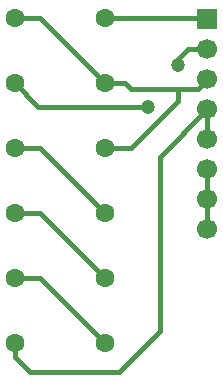
<source format=gbr>
%TF.GenerationSoftware,KiCad,Pcbnew,9.0.6*%
%TF.CreationDate,2025-11-25T21:03:31+00:00*%
%TF.ProjectId,sensor,73656e73-6f72-42e6-9b69-6361645f7063,rev?*%
%TF.SameCoordinates,Original*%
%TF.FileFunction,Copper,L1,Top*%
%TF.FilePolarity,Positive*%
%FSLAX46Y46*%
G04 Gerber Fmt 4.6, Leading zero omitted, Abs format (unit mm)*
G04 Created by KiCad (PCBNEW 9.0.6) date 2025-11-25 21:03:31*
%MOMM*%
%LPD*%
G01*
G04 APERTURE LIST*
%TA.AperFunction,ComponentPad*%
%ADD10R,1.700000X1.700000*%
%TD*%
%TA.AperFunction,ComponentPad*%
%ADD11C,1.700000*%
%TD*%
%TA.AperFunction,ComponentPad*%
%ADD12C,1.600000*%
%TD*%
%TA.AperFunction,ViaPad*%
%ADD13C,1.200000*%
%TD*%
%TA.AperFunction,Conductor*%
%ADD14C,0.400000*%
%TD*%
%TA.AperFunction,Conductor*%
%ADD15C,0.200000*%
%TD*%
G04 APERTURE END LIST*
D10*
%TO.P,J1,1,Pin_1*%
%TO.N,Net-(J1-Pin_1)*%
X68500000Y-39610000D03*
D11*
%TO.P,J1,2,Pin_2*%
%TO.N,Net-(J1-Pin_2)*%
X68500000Y-42150000D03*
%TO.P,J1,3,Pin_3*%
%TO.N,Net-(J1-Pin_3)*%
X68500000Y-44690000D03*
%TO.P,J1,4,Pin_4*%
%TO.N,Net-(J1-Pin_4)*%
X68500000Y-47230000D03*
%TO.P,J1,5,Pin_5*%
X68500000Y-49770000D03*
%TO.P,J1,6,Pin_6*%
%TO.N,Net-(J1-Pin_2)*%
X68500000Y-52310000D03*
%TO.P,J1,7,Pin_7*%
X68500000Y-54850000D03*
%TO.P,J1,8,Pin_8*%
X68500000Y-57390000D03*
%TD*%
D12*
%TO.P,R6,1*%
%TO.N,Net-(J1-Pin_4)*%
X52190000Y-67000000D03*
%TO.P,R6,2*%
%TO.N,Net-(R5-Pad1)*%
X59810000Y-67000000D03*
%TD*%
%TO.P,R5,1*%
%TO.N,Net-(R5-Pad1)*%
X52190000Y-61500000D03*
%TO.P,R5,2*%
%TO.N,Net-(R4-Pad1)*%
X59810000Y-61500000D03*
%TD*%
%TO.P,R4,1*%
%TO.N,Net-(R4-Pad1)*%
X52190000Y-56000000D03*
%TO.P,R4,2*%
%TO.N,Net-(R3-Pad1)*%
X59810000Y-56000000D03*
%TD*%
%TO.P,R3,1*%
%TO.N,Net-(R3-Pad1)*%
X52190000Y-50500000D03*
%TO.P,R3,2*%
%TO.N,Net-(J1-Pin_3)*%
X59810000Y-50500000D03*
%TD*%
%TO.P,R2,1*%
%TO.N,Net-(J1-Pin_2)*%
X52190000Y-45000000D03*
%TO.P,R2,2*%
%TO.N,Net-(J1-Pin_3)*%
X59810000Y-45000000D03*
%TD*%
%TO.P,R1,1*%
%TO.N,Net-(J1-Pin_3)*%
X52190000Y-39500000D03*
%TO.P,R1,2*%
%TO.N,Net-(J1-Pin_1)*%
X59810000Y-39500000D03*
%TD*%
D13*
%TO.N,Net-(J1-Pin_2)*%
X63500000Y-47000000D03*
X66000000Y-43500000D03*
%TD*%
D14*
%TO.N,Net-(J1-Pin_4)*%
X68500000Y-47230000D02*
X68500000Y-49770000D01*
%TO.N,Net-(J1-Pin_2)*%
X68500000Y-54850000D02*
X68500000Y-52310000D01*
X68500000Y-57390000D02*
X68500000Y-54850000D01*
%TO.N,Net-(J1-Pin_3)*%
X67690000Y-45500000D02*
X66000000Y-45500000D01*
X68500000Y-44690000D02*
X67690000Y-45500000D01*
X66000000Y-45500000D02*
X62000000Y-45500000D01*
X62000000Y-45500000D02*
X61500000Y-45000000D01*
X61500000Y-45000000D02*
X59810000Y-45000000D01*
%TO.N,Net-(J1-Pin_2)*%
X66000000Y-43000000D02*
X66850000Y-42150000D01*
X66000000Y-43500000D02*
X66000000Y-43000000D01*
X66850000Y-42150000D02*
X68500000Y-42150000D01*
%TO.N,Net-(J1-Pin_1)*%
X59810000Y-39500000D02*
X68390000Y-39500000D01*
%TO.N,Net-(J1-Pin_2)*%
X55000000Y-47000000D02*
X63500000Y-47000000D01*
X52190000Y-45000000D02*
X54190000Y-47000000D01*
X54190000Y-47000000D02*
X55000000Y-47000000D01*
%TO.N,Net-(J1-Pin_4)*%
X61000000Y-69500000D02*
X64500000Y-66000000D01*
X53500000Y-69500000D02*
X61000000Y-69500000D01*
X52190000Y-67000000D02*
X52190000Y-68190000D01*
X52190000Y-68190000D02*
X53500000Y-69500000D01*
X64500000Y-66000000D02*
X64500000Y-51230000D01*
X64500000Y-51230000D02*
X68500000Y-47230000D01*
%TO.N,Net-(R5-Pad1)*%
X52190000Y-61500000D02*
X54310000Y-61500000D01*
X54310000Y-61500000D02*
X59810000Y-67000000D01*
%TO.N,Net-(R4-Pad1)*%
X52190000Y-56000000D02*
X54310000Y-56000000D01*
X54310000Y-56000000D02*
X59810000Y-61500000D01*
%TO.N,Net-(R3-Pad1)*%
X52190000Y-50500000D02*
X54310000Y-50500000D01*
X54310000Y-50500000D02*
X59810000Y-56000000D01*
%TO.N,Net-(J1-Pin_3)*%
X52190000Y-39500000D02*
X54310000Y-39500000D01*
X54310000Y-39500000D02*
X59810000Y-45000000D01*
D15*
%TO.N,Net-(J1-Pin_1)*%
X68390000Y-39500000D02*
X68500000Y-39610000D01*
D14*
%TO.N,Net-(J1-Pin_3)*%
X59810000Y-50500000D02*
X62000000Y-50500000D01*
X62000000Y-50500000D02*
X66000000Y-46500000D01*
X66000000Y-46500000D02*
X66000000Y-45500000D01*
%TD*%
M02*

</source>
